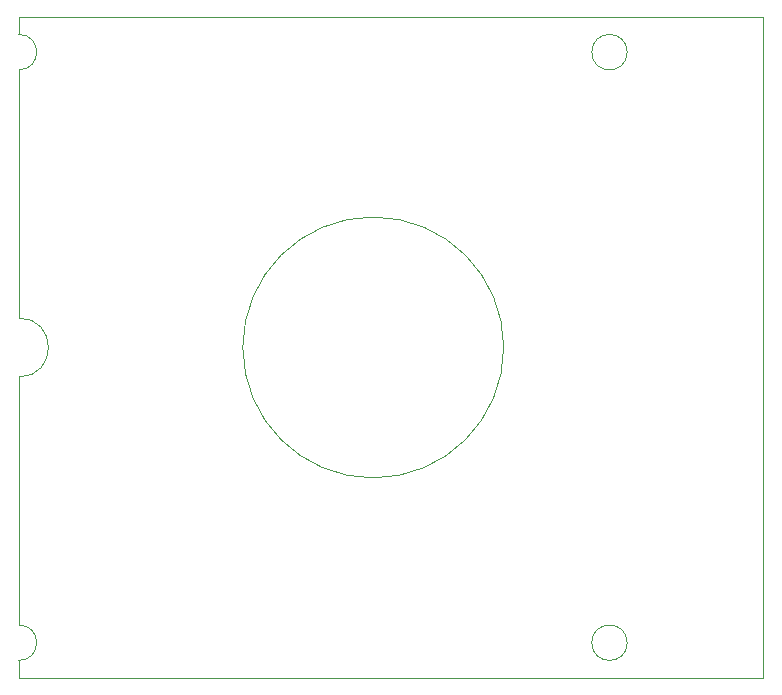
<source format=gbr>
%TF.GenerationSoftware,KiCad,Pcbnew,(5.1.6)-1*%
%TF.CreationDate,2021-04-28T12:39:19+02:00*%
%TF.ProjectId,wireless_button,77697265-6c65-4737-935f-627574746f6e,rev?*%
%TF.SameCoordinates,Original*%
%TF.FileFunction,Profile,NP*%
%FSLAX46Y46*%
G04 Gerber Fmt 4.6, Leading zero omitted, Abs format (unit mm)*
G04 Created by KiCad (PCBNEW (5.1.6)-1) date 2021-04-28 12:39:19*
%MOMM*%
%LPD*%
G01*
G04 APERTURE LIST*
%TA.AperFunction,Profile*%
%ADD10C,0.050000*%
%TD*%
G04 APERTURE END LIST*
D10*
X75000000Y-102500000D02*
X75000000Y-123500000D01*
X75000000Y-97500000D02*
G75*
G02*
X75000000Y-102500000I0J-2500000D01*
G01*
X75000000Y-73500000D02*
G75*
G02*
X75000000Y-76500000I0J-1500000D01*
G01*
X75000000Y-123500000D02*
G75*
G02*
X75000000Y-126500000I0J-1500000D01*
G01*
X75000000Y-126500000D02*
X75000000Y-128000000D01*
X75000000Y-72000000D02*
X75000000Y-73500000D01*
X116045361Y-100000000D02*
G75*
G03*
X116045361Y-100000000I-11045361J0D01*
G01*
X75000000Y-76500000D02*
X75000000Y-97500000D01*
X138000000Y-72000000D02*
X75000000Y-72000000D01*
X138000000Y-128000000D02*
X138000000Y-72000000D01*
X75000000Y-128000000D02*
X138000000Y-128000000D01*
X126500000Y-125000000D02*
G75*
G03*
X126500000Y-125000000I-1500000J0D01*
G01*
X126500000Y-75000000D02*
G75*
G03*
X126500000Y-75000000I-1500000J0D01*
G01*
M02*

</source>
